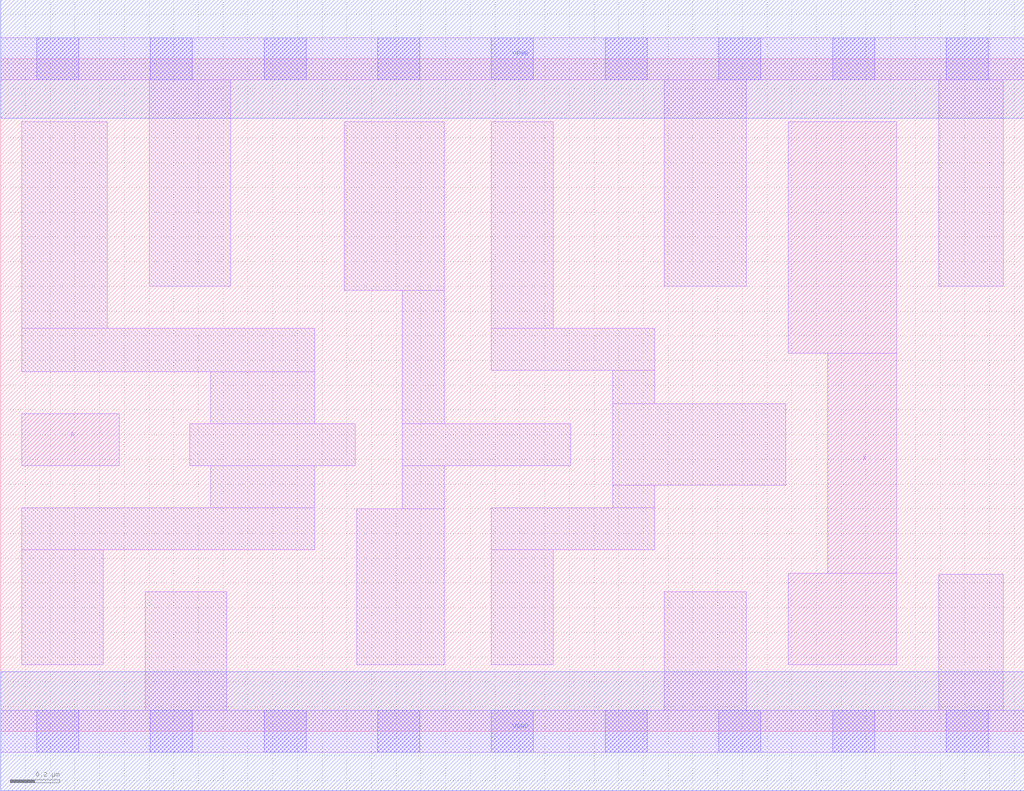
<source format=lef>
# Copyright 2020 The SkyWater PDK Authors
#
# Licensed under the Apache License, Version 2.0 (the "License");
# you may not use this file except in compliance with the License.
# You may obtain a copy of the License at
#
#     https://www.apache.org/licenses/LICENSE-2.0
#
# Unless required by applicable law or agreed to in writing, software
# distributed under the License is distributed on an "AS IS" BASIS,
# WITHOUT WARRANTIES OR CONDITIONS OF ANY KIND, either express or implied.
# See the License for the specific language governing permissions and
# limitations under the License.
#
# SPDX-License-Identifier: Apache-2.0

VERSION 5.7 ;
  NAMESCASESENSITIVE ON ;
  NOWIREEXTENSIONATPIN ON ;
  DIVIDERCHAR "/" ;
  BUSBITCHARS "[]" ;
UNITS
  DATABASE MICRONS 200 ;
END UNITS
MACRO sky130_fd_sc_hd__clkdlybuf4s50_2
  CLASS CORE ;
  SOURCE USER ;
  FOREIGN sky130_fd_sc_hd__clkdlybuf4s50_2 ;
  ORIGIN  0.000000  0.000000 ;
  SIZE  4.140000 BY  2.720000 ;
  SYMMETRY X Y R90 ;
  SITE unithd ;
  PIN A
    ANTENNAGATEAREA  0.213000 ;
    DIRECTION INPUT ;
    USE SIGNAL ;
    PORT
      LAYER li1 ;
        RECT 0.085000 1.075000 0.480000 1.285000 ;
    END
  END A
  PIN X
    ANTENNADIFFAREA  0.390500 ;
    DIRECTION OUTPUT ;
    USE SIGNAL ;
    PORT
      LAYER li1 ;
        RECT 3.185000 0.270000 3.625000 0.640000 ;
        RECT 3.185000 1.530000 3.625000 2.465000 ;
        RECT 3.345000 0.640000 3.625000 1.530000 ;
    END
  END X
  PIN VGND
    DIRECTION INOUT ;
    SHAPE ABUTMENT ;
    USE GROUND ;
    PORT
      LAYER met1 ;
        RECT 0.000000 -0.240000 4.140000 0.240000 ;
    END
  END VGND
  PIN VPWR
    DIRECTION INOUT ;
    SHAPE ABUTMENT ;
    USE POWER ;
    PORT
      LAYER met1 ;
        RECT 0.000000 2.480000 4.140000 2.960000 ;
    END
  END VPWR
  OBS
    LAYER li1 ;
      RECT 0.000000 -0.085000 4.140000 0.085000 ;
      RECT 0.000000  2.635000 4.140000 2.805000 ;
      RECT 0.085000  0.270000 0.415000 0.735000 ;
      RECT 0.085000  0.735000 1.270000 0.905000 ;
      RECT 0.085000  1.455000 1.270000 1.630000 ;
      RECT 0.085000  1.630000 0.430000 2.465000 ;
      RECT 0.585000  0.085000 0.915000 0.565000 ;
      RECT 0.600000  1.800000 0.930000 2.635000 ;
      RECT 0.765000  1.075000 1.435000 1.245000 ;
      RECT 0.850000  0.905000 1.270000 1.075000 ;
      RECT 0.850000  1.245000 1.270000 1.455000 ;
      RECT 1.390000  1.785000 1.795000 2.465000 ;
      RECT 1.440000  0.270000 1.795000 0.900000 ;
      RECT 1.625000  0.900000 1.795000 1.075000 ;
      RECT 1.625000  1.075000 2.305000 1.245000 ;
      RECT 1.625000  1.245000 1.795000 1.785000 ;
      RECT 1.985000  0.270000 2.235000 0.735000 ;
      RECT 1.985000  0.735000 2.645000 0.905000 ;
      RECT 1.985000  1.460000 2.645000 1.630000 ;
      RECT 1.985000  1.630000 2.235000 2.465000 ;
      RECT 2.475000  0.905000 2.645000 0.995000 ;
      RECT 2.475000  0.995000 3.175000 1.325000 ;
      RECT 2.475000  1.325000 2.645000 1.460000 ;
      RECT 2.685000  0.085000 3.015000 0.565000 ;
      RECT 2.685000  1.800000 3.015000 2.635000 ;
      RECT 3.795000  0.085000 4.055000 0.635000 ;
      RECT 3.795000  1.800000 4.055000 2.635000 ;
    LAYER mcon ;
      RECT 0.145000 -0.085000 0.315000 0.085000 ;
      RECT 0.145000  2.635000 0.315000 2.805000 ;
      RECT 0.605000 -0.085000 0.775000 0.085000 ;
      RECT 0.605000  2.635000 0.775000 2.805000 ;
      RECT 1.065000 -0.085000 1.235000 0.085000 ;
      RECT 1.065000  2.635000 1.235000 2.805000 ;
      RECT 1.525000 -0.085000 1.695000 0.085000 ;
      RECT 1.525000  2.635000 1.695000 2.805000 ;
      RECT 1.985000 -0.085000 2.155000 0.085000 ;
      RECT 1.985000  2.635000 2.155000 2.805000 ;
      RECT 2.445000 -0.085000 2.615000 0.085000 ;
      RECT 2.445000  2.635000 2.615000 2.805000 ;
      RECT 2.905000 -0.085000 3.075000 0.085000 ;
      RECT 2.905000  2.635000 3.075000 2.805000 ;
      RECT 3.365000 -0.085000 3.535000 0.085000 ;
      RECT 3.365000  2.635000 3.535000 2.805000 ;
      RECT 3.825000 -0.085000 3.995000 0.085000 ;
      RECT 3.825000  2.635000 3.995000 2.805000 ;
  END
END sky130_fd_sc_hd__clkdlybuf4s50_2
END LIBRARY

</source>
